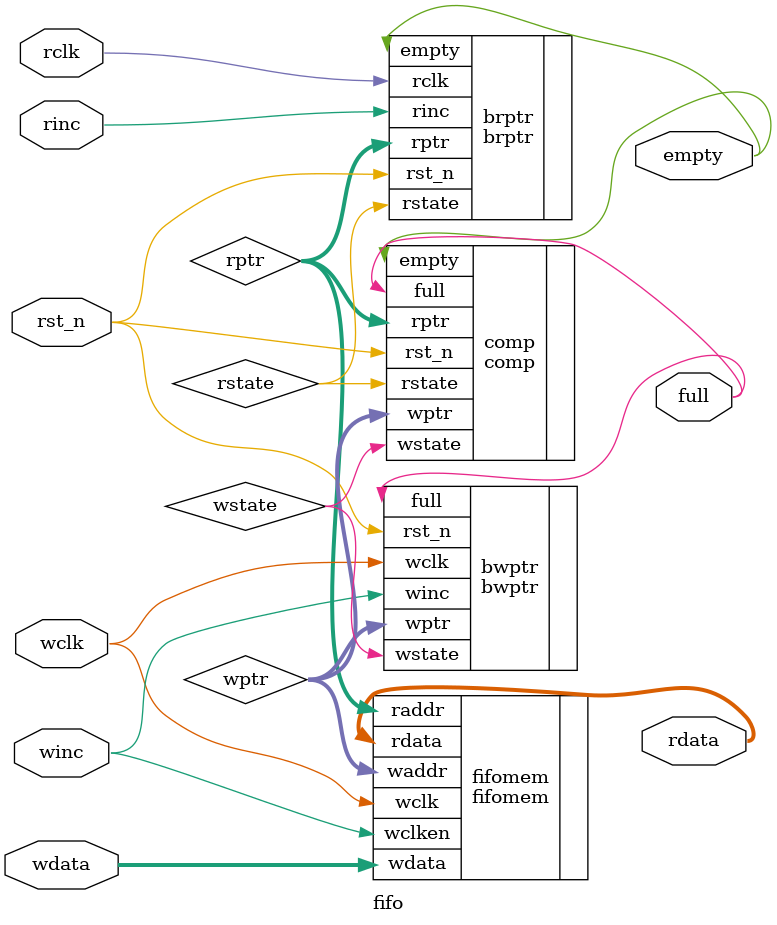
<source format=v>
`timescale 1ns / 1ns
module fifo (rdata, full, empty, wdata,winc, wclk, rinc, rclk, rst_n);
  parameter DSIZE = 8;
  parameter ASIZE = 8;
  output [DSIZE-1:0] rdata;
  output full;
  output empty;
  input [DSIZE-1:0] wdata;
  input winc, wclk;
  input rinc, rclk, rst_n;
  wire [ASIZE-1:0] wptr, rptr;
//ÊµÀý»¯¸÷×ÓÄ£¿é£¬µ÷ÓÃ¸÷×ÓÄ£¿é
  comp #(ASIZE) comp(.empty(empty),.full(full),.rptr(rptr),.wptr(wptr),
                     .rstate(rstate),.wstate(wstate), .rst_n(rst_n));
  
  brptr #(ASIZE) brptr(.rptr(rptr),.rstate(rstate),.rclk(rclk),
                       .empty(empty),.rst_n(rst_n),.rinc(rinc));
  
  bwptr #(ASIZE) bwptr (.wptr(wptr),.wstate(wstate),.wclk(wclk),
                        .full(full),.rst_n(rst_n),.winc(winc));
  
  fifomem #(DSIZE, ASIZE) fifomem (.rdata(rdata), .wdata(wdata),.waddr(wptr), 
                                   .raddr(rptr), .wclken(winc), .wclk(wclk));
endmodule


</source>
